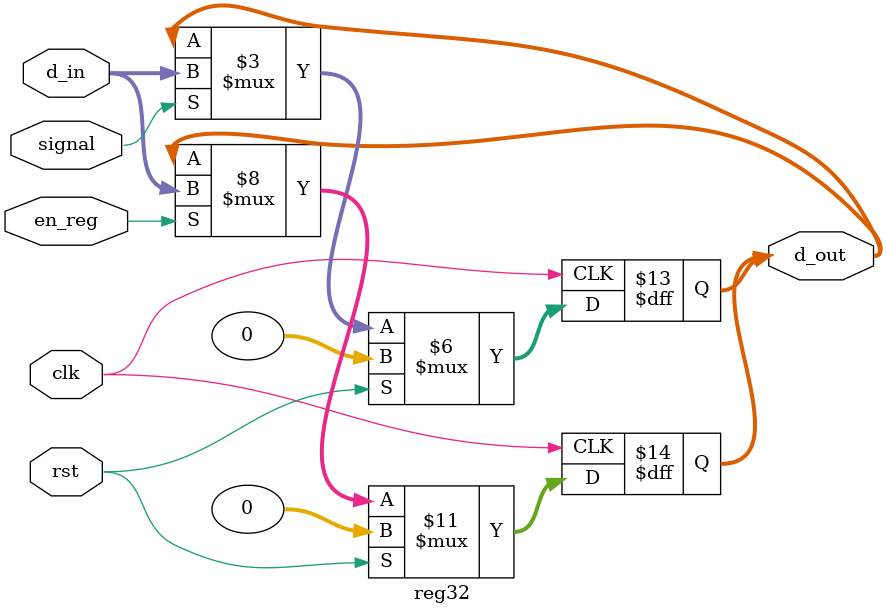
<source format=v>
/*
	Title: 32-Bit Register with Synchronous Reset
	Editor: Selene (Computer System and Architecture Lab, ICE, CYCU)
	
	Input Port
		1. clk
		2. rst: ­«¸m°T¸¹
		3. en_reg: ±±¨î¼È¦s¾¹¬O§_¥i¼g¤J
		4. d_in: ±ý¼g¤Jªº¼È¦s¾¹¸ê®Æ
	Output Port
		1. d_out: ©ÒÅª¨úªº¼È¦s¾¹¸ê®Æ
*/
module reg32 ( clk, rst, signal, en_reg, d_in, d_out );
    input clk, rst, en_reg, signal ;
    input[31:0]	d_in;
    output[31:0] d_out;
    reg [31:0] d_out;
   
    always @( posedge clk ) begin
        if ( rst )
			d_out <= 32'b0;
        else if ( en_reg )
			d_out <= d_in;
    end
	
	always @( negedge clk ) begin
        if ( rst )
			d_out <= 32'b0;
        else if ( signal )
			d_out <= d_in;
    end

endmodule
	

</source>
